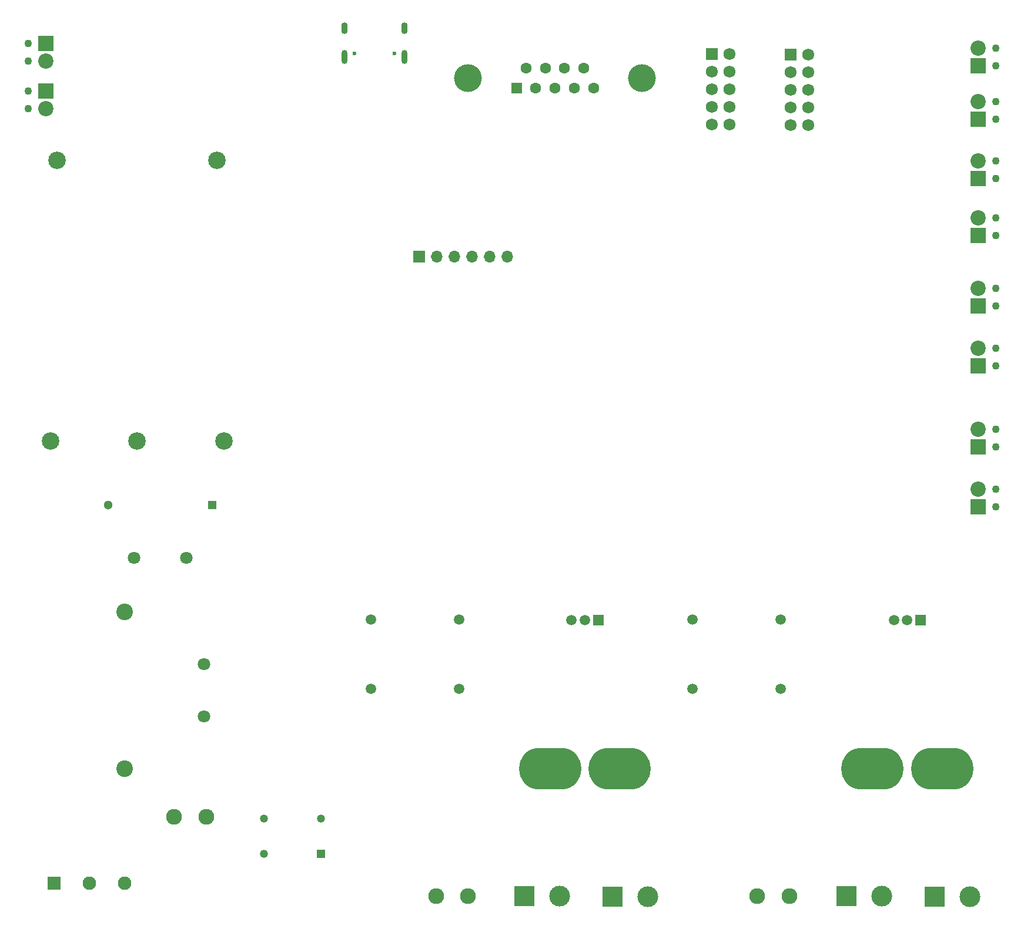
<source format=gbs>
G04 #@! TF.GenerationSoftware,KiCad,Pcbnew,(6.0.9)*
G04 #@! TF.CreationDate,2023-08-24T09:05:20+02:00*
G04 #@! TF.ProjectId,reflow_oven,7265666c-6f77-45f6-9f76-656e2e6b6963,rev?*
G04 #@! TF.SameCoordinates,Original*
G04 #@! TF.FileFunction,Soldermask,Bot*
G04 #@! TF.FilePolarity,Negative*
%FSLAX46Y46*%
G04 Gerber Fmt 4.6, Leading zero omitted, Abs format (unit mm)*
G04 Created by KiCad (PCBNEW (6.0.9)) date 2023-08-24 09:05:20*
%MOMM*%
%LPD*%
G01*
G04 APERTURE LIST*
G04 Aperture macros list*
%AMHorizOval*
0 Thick line with rounded ends*
0 $1 width*
0 $2 $3 position (X,Y) of the first rounded end (center of the circle)*
0 $4 $5 position (X,Y) of the second rounded end (center of the circle)*
0 Add line between two ends*
20,1,$1,$2,$3,$4,$5,0*
0 Add two circle primitives to create the rounded ends*
1,1,$1,$2,$3*
1,1,$1,$4,$5*%
G04 Aperture macros list end*
%ADD10R,3.000000X3.000000*%
%ADD11C,3.000000*%
%ADD12C,1.100000*%
%ADD13R,2.200000X2.200000*%
%ADD14C,2.200000*%
%ADD15C,1.800000*%
%ADD16C,2.524000*%
%ADD17R,1.725000X1.725000*%
%ADD18C,1.725000*%
%ADD19C,2.286000*%
%ADD20R,1.180000X1.180000*%
%ADD21C,1.180000*%
%ADD22C,2.400000*%
%ADD23C,1.500000*%
%ADD24R,1.300000X1.300000*%
%ADD25C,1.300000*%
%ADD26C,0.600000*%
%ADD27O,0.900000X1.700000*%
%ADD28O,0.900000X2.000000*%
%ADD29C,4.000000*%
%ADD30R,1.600000X1.600000*%
%ADD31C,1.600000*%
%ADD32R,1.500000X1.500000*%
%ADD33C,0.800000*%
%ADD34HorizOval,0.800000X0.000000X0.000000X0.000000X0.000000X0*%
%ADD35O,9.000000X6.000000*%
%ADD36HorizOval,0.800000X0.000000X0.000000X0.000000X0.000000X0*%
%ADD37R,1.950000X1.950000*%
%ADD38C,1.950000*%
%ADD39R,1.700000X1.700000*%
%ADD40O,1.700000X1.700000*%
G04 APERTURE END LIST*
D10*
X225364865Y-215472200D03*
D11*
X230444865Y-215472200D03*
D12*
X280591865Y-100888800D03*
X280591865Y-103428800D03*
D13*
X278051865Y-103428800D03*
D14*
X278051865Y-100888800D03*
D15*
X156445865Y-166674800D03*
X163945865Y-166674800D03*
D16*
X144393865Y-149840800D03*
X156893865Y-149840800D03*
X169393865Y-149840800D03*
X168393865Y-109340800D03*
X145393865Y-109340800D03*
D12*
X141210865Y-99364800D03*
X141210865Y-101904800D03*
D13*
X143750865Y-99364800D03*
D14*
X143750865Y-101904800D03*
D10*
X271775865Y-215472200D03*
D11*
X276855865Y-215472200D03*
D17*
X239697865Y-94030800D03*
D18*
X242237865Y-94030800D03*
X239697865Y-96570800D03*
X242237865Y-96570800D03*
X239697865Y-99110800D03*
X242237865Y-99110800D03*
X239697865Y-101650800D03*
X242237865Y-101650800D03*
X239697865Y-104190800D03*
X242237865Y-104190800D03*
D12*
X280591865Y-93141800D03*
X280591865Y-95681800D03*
D13*
X278051865Y-95681800D03*
D14*
X278051865Y-93141800D03*
D19*
X204550865Y-215446800D03*
X199950865Y-215446800D03*
D12*
X141210865Y-92506800D03*
X141210865Y-95046800D03*
D13*
X143750865Y-92506800D03*
D14*
X143750865Y-95046800D03*
D20*
X183388865Y-209360800D03*
D21*
X183388865Y-204260800D03*
X175138865Y-204260800D03*
X175138865Y-209360800D03*
D15*
X166545865Y-189474800D03*
X166545865Y-181974800D03*
D22*
X155115865Y-197024800D03*
X155115865Y-174424800D03*
D23*
X236850865Y-185552800D03*
X249550865Y-185552800D03*
X249550865Y-175552800D03*
X236850865Y-175552800D03*
D10*
X259075865Y-215446800D03*
D11*
X264155865Y-215446800D03*
D19*
X250834865Y-215446800D03*
X246234865Y-215446800D03*
D24*
X167695865Y-159054800D03*
D25*
X152695865Y-159054800D03*
D12*
X280591865Y-117652800D03*
X280591865Y-120192800D03*
D13*
X278051865Y-120192800D03*
D14*
X278051865Y-117652800D03*
D12*
X280591865Y-159308800D03*
X280591865Y-156768800D03*
D13*
X278051865Y-159308800D03*
D14*
X278051865Y-156768800D03*
D12*
X280591865Y-138988800D03*
X280591865Y-136448800D03*
D13*
X278051865Y-138988800D03*
D14*
X278051865Y-136448800D03*
D12*
X280591865Y-109397800D03*
X280591865Y-111937800D03*
D13*
X278051865Y-111937800D03*
D14*
X278051865Y-109397800D03*
D12*
X280591865Y-127812800D03*
X280591865Y-130352800D03*
D13*
X278051865Y-130352800D03*
D14*
X278051865Y-127812800D03*
D26*
X193946865Y-93956800D03*
X188166865Y-93956800D03*
D27*
X195376865Y-90266800D03*
D28*
X186736865Y-94436800D03*
X195376865Y-94436800D03*
D27*
X186736865Y-90266800D03*
D10*
X212664865Y-215446800D03*
D11*
X217744865Y-215446800D03*
D12*
X280591865Y-148132800D03*
X280591865Y-150672800D03*
D13*
X278051865Y-150672800D03*
D14*
X278051865Y-148132800D03*
D17*
X251000865Y-94081600D03*
D18*
X253540865Y-94081600D03*
X251000865Y-96621600D03*
X253540865Y-96621600D03*
X251000865Y-99161600D03*
X253540865Y-99161600D03*
X251000865Y-101701600D03*
X253540865Y-101701600D03*
X251000865Y-104241600D03*
X253540865Y-104241600D03*
D23*
X190566865Y-185552800D03*
X203266865Y-185552800D03*
X203266865Y-175552800D03*
X190566865Y-175552800D03*
D29*
X229581865Y-97487600D03*
X204581865Y-97487600D03*
D30*
X211541865Y-98907600D03*
D31*
X214311865Y-98907600D03*
X217081865Y-98907600D03*
X219851865Y-98907600D03*
X222621865Y-98907600D03*
X212926865Y-96067600D03*
X215696865Y-96067600D03*
X218466865Y-96067600D03*
X221236865Y-96067600D03*
D32*
X223302465Y-175656400D03*
D23*
X221392465Y-175656400D03*
X219482465Y-175656400D03*
D33*
X214392465Y-199106400D03*
X214392465Y-195006400D03*
D34*
X220342465Y-196426400D03*
D33*
X215722465Y-195006400D03*
D35*
X216392465Y-197056400D03*
D33*
X213192465Y-195396400D03*
X218392465Y-199106400D03*
X215722465Y-199106400D03*
D36*
X220342465Y-197686400D03*
D33*
X212442465Y-196426400D03*
X217062465Y-195006400D03*
X217062465Y-199106400D03*
X219592465Y-195396400D03*
X219592465Y-198716400D03*
X218392465Y-195006400D03*
X213192465Y-198716400D03*
X212442465Y-197686400D03*
D36*
X222442465Y-196426400D03*
D33*
X223192465Y-198716400D03*
D34*
X222442465Y-197686400D03*
D33*
X224392465Y-195006400D03*
X225722465Y-199106400D03*
X228392465Y-199106400D03*
X228392465Y-195006400D03*
X227062465Y-195006400D03*
X224392465Y-199106400D03*
X223192465Y-195396400D03*
X227062465Y-199106400D03*
X225722465Y-195006400D03*
X229592465Y-195396400D03*
D35*
X226392465Y-197056400D03*
D33*
X230342465Y-196426400D03*
X229592465Y-198716400D03*
X230342465Y-197686400D03*
D37*
X144955865Y-213556800D03*
D38*
X150035865Y-213556800D03*
X155115865Y-213556800D03*
D19*
X162231865Y-204016800D03*
X166831865Y-204016800D03*
D39*
X197533865Y-123240800D03*
D40*
X200073865Y-123240800D03*
X202613865Y-123240800D03*
X205153865Y-123240800D03*
X207693865Y-123240800D03*
X210233865Y-123240800D03*
D32*
X269738865Y-175656400D03*
D23*
X267828865Y-175656400D03*
X265918865Y-175656400D03*
D35*
X262828865Y-197056400D03*
D33*
X263498865Y-199106400D03*
X266028865Y-195396400D03*
X264828865Y-195006400D03*
D36*
X266778865Y-197686400D03*
D33*
X259628865Y-198716400D03*
X266028865Y-198716400D03*
X262158865Y-195006400D03*
X258878865Y-196426400D03*
X263498865Y-195006400D03*
X264828865Y-199106400D03*
D34*
X266778865Y-196426400D03*
D33*
X260828865Y-195006400D03*
X260828865Y-199106400D03*
X259628865Y-195396400D03*
X258878865Y-197686400D03*
X262158865Y-199106400D03*
X273498865Y-195006400D03*
X276778865Y-196426400D03*
X272158865Y-199106400D03*
X270828865Y-195006400D03*
X273498865Y-199106400D03*
X272158865Y-195006400D03*
D34*
X268878865Y-197686400D03*
D35*
X272828865Y-197056400D03*
D33*
X269628865Y-195396400D03*
X276028865Y-198716400D03*
X269628865Y-198716400D03*
X274828865Y-195006400D03*
X274828865Y-199106400D03*
X270828865Y-199106400D03*
X276778865Y-197686400D03*
X276028865Y-195396400D03*
D36*
X268878865Y-196426400D03*
M02*

</source>
